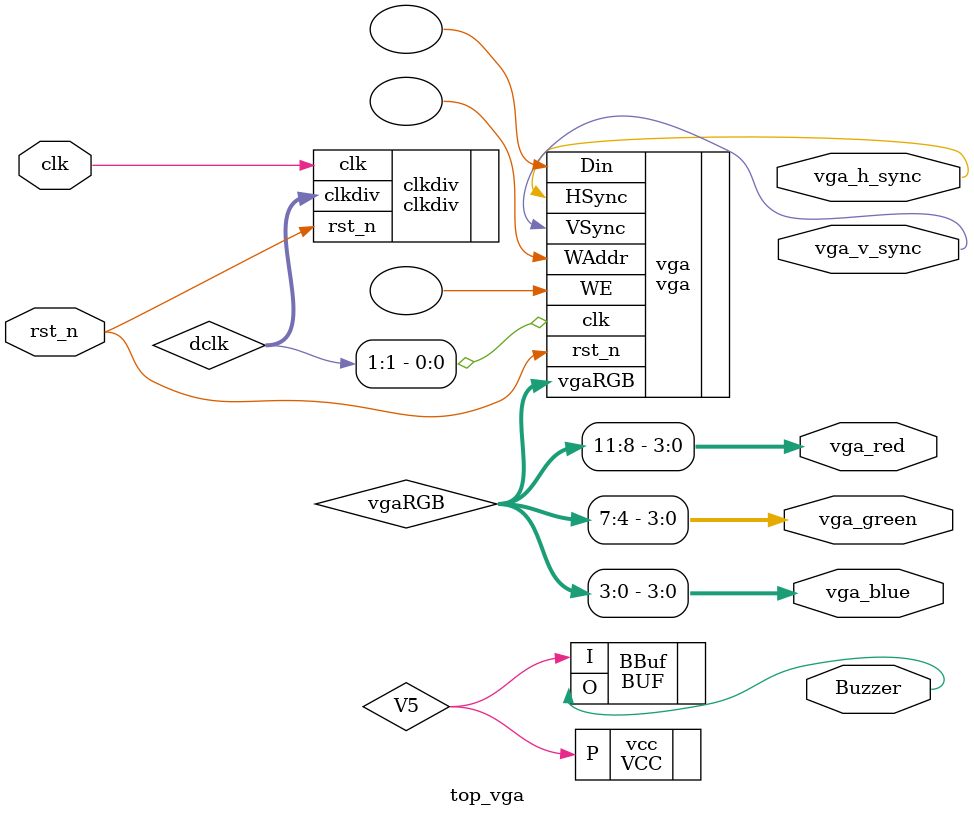
<source format=v>
`timescale 1ns / 1ps


module top_vga(
    input clk,
    input rst_n,
    output [3:0] vga_blue,
    output [3:0] vga_green,
    output [3:0] vga_red,
    output vga_h_sync,
    output vga_v_sync,
    output Buzzer
    );
    wire [31:0] dclk;
    wire [11:0] vgaRGB;
    wire V5,G0;
    VCC vcc(.P(V5));
    GND gnd(.G(G0));
    clkdiv clkdiv(.clk(clk),.rst_n(rst_n),.clkdiv(dclk));
    vga vga(.clk(dclk[1]),.rst_n(rst_n),.WAddr(),.Din(),.WE(),.vgaRGB(vgaRGB),.HSync(vga_h_sync),.VSync(vga_v_sync));
    assign vga_red = vgaRGB[11:8];
    assign vga_green = vgaRGB[7:4];
    assign vga_blue = vgaRGB[3:0];
    BUF  BBuf (.I(V5),.O(Buzzer));
endmodule

</source>
